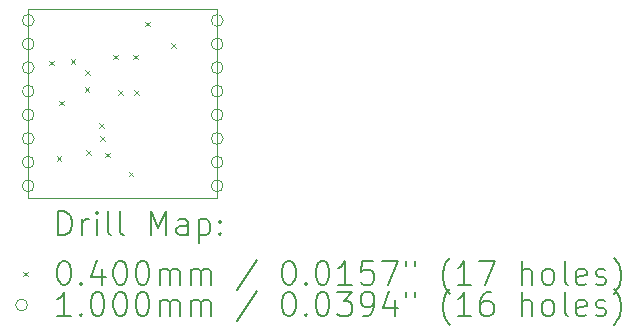
<source format=gbr>
%TF.GenerationSoftware,KiCad,Pcbnew,7.0.8*%
%TF.CreationDate,2024-01-16T20:57:40+00:00*%
%TF.ProjectId,RadioModule,52616469-6f4d-46f6-9475-6c652e6b6963,rev?*%
%TF.SameCoordinates,Original*%
%TF.FileFunction,Drillmap*%
%TF.FilePolarity,Positive*%
%FSLAX45Y45*%
G04 Gerber Fmt 4.5, Leading zero omitted, Abs format (unit mm)*
G04 Created by KiCad (PCBNEW 7.0.8) date 2024-01-16 20:57:40*
%MOMM*%
%LPD*%
G01*
G04 APERTURE LIST*
%ADD10C,0.100000*%
%ADD11C,0.200000*%
%ADD12C,0.040000*%
G04 APERTURE END LIST*
D10*
X9000000Y-7000000D02*
X10599000Y-7000000D01*
X10599000Y-8601000D01*
X9000000Y-8601000D01*
X9000000Y-7000000D01*
D11*
D12*
X9180000Y-7440000D02*
X9220000Y-7480000D01*
X9220000Y-7440000D02*
X9180000Y-7480000D01*
X9240000Y-8250000D02*
X9280000Y-8290000D01*
X9280000Y-8250000D02*
X9240000Y-8290000D01*
X9260000Y-7780000D02*
X9300000Y-7820000D01*
X9300000Y-7780000D02*
X9260000Y-7820000D01*
X9360000Y-7430000D02*
X9400000Y-7470000D01*
X9400000Y-7430000D02*
X9360000Y-7470000D01*
X9477950Y-7663969D02*
X9517950Y-7703969D01*
X9517950Y-7663969D02*
X9477950Y-7703969D01*
X9479387Y-7524076D02*
X9519387Y-7564076D01*
X9519387Y-7524076D02*
X9479387Y-7564076D01*
X9491750Y-8198950D02*
X9531750Y-8238950D01*
X9531750Y-8198950D02*
X9491750Y-8238950D01*
X9600000Y-7970000D02*
X9640000Y-8010000D01*
X9640000Y-7970000D02*
X9600000Y-8010000D01*
X9611571Y-8079980D02*
X9651571Y-8119980D01*
X9651571Y-8079980D02*
X9611571Y-8119980D01*
X9650000Y-8220000D02*
X9690000Y-8260000D01*
X9690000Y-8220000D02*
X9650000Y-8260000D01*
X9720000Y-7390000D02*
X9760000Y-7430000D01*
X9760000Y-7390000D02*
X9720000Y-7430000D01*
X9760000Y-7690000D02*
X9800000Y-7730000D01*
X9800000Y-7690000D02*
X9760000Y-7730000D01*
X9850000Y-8380000D02*
X9890000Y-8420000D01*
X9890000Y-8380000D02*
X9850000Y-8420000D01*
X9890000Y-7390000D02*
X9930000Y-7430000D01*
X9930000Y-7390000D02*
X9890000Y-7430000D01*
X9900000Y-7690000D02*
X9940000Y-7730000D01*
X9940000Y-7690000D02*
X9900000Y-7730000D01*
X9990000Y-7110000D02*
X10030000Y-7150000D01*
X10030000Y-7110000D02*
X9990000Y-7150000D01*
X10210000Y-7290000D02*
X10250000Y-7330000D01*
X10250000Y-7290000D02*
X10210000Y-7330000D01*
D10*
X9050000Y-7100000D02*
G75*
G03*
X9050000Y-7100000I-50000J0D01*
G01*
X9050000Y-7300000D02*
G75*
G03*
X9050000Y-7300000I-50000J0D01*
G01*
X9050000Y-7500000D02*
G75*
G03*
X9050000Y-7500000I-50000J0D01*
G01*
X9050000Y-7700000D02*
G75*
G03*
X9050000Y-7700000I-50000J0D01*
G01*
X9050000Y-7900000D02*
G75*
G03*
X9050000Y-7900000I-50000J0D01*
G01*
X9050000Y-8100000D02*
G75*
G03*
X9050000Y-8100000I-50000J0D01*
G01*
X9050000Y-8300000D02*
G75*
G03*
X9050000Y-8300000I-50000J0D01*
G01*
X9050000Y-8500000D02*
G75*
G03*
X9050000Y-8500000I-50000J0D01*
G01*
X10650000Y-7100000D02*
G75*
G03*
X10650000Y-7100000I-50000J0D01*
G01*
X10650000Y-7300000D02*
G75*
G03*
X10650000Y-7300000I-50000J0D01*
G01*
X10650000Y-7500000D02*
G75*
G03*
X10650000Y-7500000I-50000J0D01*
G01*
X10650000Y-7700000D02*
G75*
G03*
X10650000Y-7700000I-50000J0D01*
G01*
X10650000Y-7900000D02*
G75*
G03*
X10650000Y-7900000I-50000J0D01*
G01*
X10650000Y-8100000D02*
G75*
G03*
X10650000Y-8100000I-50000J0D01*
G01*
X10650000Y-8300000D02*
G75*
G03*
X10650000Y-8300000I-50000J0D01*
G01*
X10650000Y-8500000D02*
G75*
G03*
X10650000Y-8500000I-50000J0D01*
G01*
D11*
X9255777Y-8917484D02*
X9255777Y-8717484D01*
X9255777Y-8717484D02*
X9303396Y-8717484D01*
X9303396Y-8717484D02*
X9331967Y-8727008D01*
X9331967Y-8727008D02*
X9351015Y-8746055D01*
X9351015Y-8746055D02*
X9360539Y-8765103D01*
X9360539Y-8765103D02*
X9370063Y-8803198D01*
X9370063Y-8803198D02*
X9370063Y-8831770D01*
X9370063Y-8831770D02*
X9360539Y-8869865D01*
X9360539Y-8869865D02*
X9351015Y-8888912D01*
X9351015Y-8888912D02*
X9331967Y-8907960D01*
X9331967Y-8907960D02*
X9303396Y-8917484D01*
X9303396Y-8917484D02*
X9255777Y-8917484D01*
X9455777Y-8917484D02*
X9455777Y-8784150D01*
X9455777Y-8822246D02*
X9465301Y-8803198D01*
X9465301Y-8803198D02*
X9474824Y-8793674D01*
X9474824Y-8793674D02*
X9493872Y-8784150D01*
X9493872Y-8784150D02*
X9512920Y-8784150D01*
X9579586Y-8917484D02*
X9579586Y-8784150D01*
X9579586Y-8717484D02*
X9570063Y-8727008D01*
X9570063Y-8727008D02*
X9579586Y-8736531D01*
X9579586Y-8736531D02*
X9589110Y-8727008D01*
X9589110Y-8727008D02*
X9579586Y-8717484D01*
X9579586Y-8717484D02*
X9579586Y-8736531D01*
X9703396Y-8917484D02*
X9684348Y-8907960D01*
X9684348Y-8907960D02*
X9674824Y-8888912D01*
X9674824Y-8888912D02*
X9674824Y-8717484D01*
X9808158Y-8917484D02*
X9789110Y-8907960D01*
X9789110Y-8907960D02*
X9779586Y-8888912D01*
X9779586Y-8888912D02*
X9779586Y-8717484D01*
X10036729Y-8917484D02*
X10036729Y-8717484D01*
X10036729Y-8717484D02*
X10103396Y-8860341D01*
X10103396Y-8860341D02*
X10170063Y-8717484D01*
X10170063Y-8717484D02*
X10170063Y-8917484D01*
X10351015Y-8917484D02*
X10351015Y-8812722D01*
X10351015Y-8812722D02*
X10341491Y-8793674D01*
X10341491Y-8793674D02*
X10322444Y-8784150D01*
X10322444Y-8784150D02*
X10284348Y-8784150D01*
X10284348Y-8784150D02*
X10265301Y-8793674D01*
X10351015Y-8907960D02*
X10331967Y-8917484D01*
X10331967Y-8917484D02*
X10284348Y-8917484D01*
X10284348Y-8917484D02*
X10265301Y-8907960D01*
X10265301Y-8907960D02*
X10255777Y-8888912D01*
X10255777Y-8888912D02*
X10255777Y-8869865D01*
X10255777Y-8869865D02*
X10265301Y-8850817D01*
X10265301Y-8850817D02*
X10284348Y-8841293D01*
X10284348Y-8841293D02*
X10331967Y-8841293D01*
X10331967Y-8841293D02*
X10351015Y-8831770D01*
X10446253Y-8784150D02*
X10446253Y-8984150D01*
X10446253Y-8793674D02*
X10465301Y-8784150D01*
X10465301Y-8784150D02*
X10503396Y-8784150D01*
X10503396Y-8784150D02*
X10522444Y-8793674D01*
X10522444Y-8793674D02*
X10531967Y-8803198D01*
X10531967Y-8803198D02*
X10541491Y-8822246D01*
X10541491Y-8822246D02*
X10541491Y-8879389D01*
X10541491Y-8879389D02*
X10531967Y-8898436D01*
X10531967Y-8898436D02*
X10522444Y-8907960D01*
X10522444Y-8907960D02*
X10503396Y-8917484D01*
X10503396Y-8917484D02*
X10465301Y-8917484D01*
X10465301Y-8917484D02*
X10446253Y-8907960D01*
X10627205Y-8898436D02*
X10636729Y-8907960D01*
X10636729Y-8907960D02*
X10627205Y-8917484D01*
X10627205Y-8917484D02*
X10617682Y-8907960D01*
X10617682Y-8907960D02*
X10627205Y-8898436D01*
X10627205Y-8898436D02*
X10627205Y-8917484D01*
X10627205Y-8793674D02*
X10636729Y-8803198D01*
X10636729Y-8803198D02*
X10627205Y-8812722D01*
X10627205Y-8812722D02*
X10617682Y-8803198D01*
X10617682Y-8803198D02*
X10627205Y-8793674D01*
X10627205Y-8793674D02*
X10627205Y-8812722D01*
D12*
X8955000Y-9226000D02*
X8995000Y-9266000D01*
X8995000Y-9226000D02*
X8955000Y-9266000D01*
D11*
X9293872Y-9137484D02*
X9312920Y-9137484D01*
X9312920Y-9137484D02*
X9331967Y-9147008D01*
X9331967Y-9147008D02*
X9341491Y-9156531D01*
X9341491Y-9156531D02*
X9351015Y-9175579D01*
X9351015Y-9175579D02*
X9360539Y-9213674D01*
X9360539Y-9213674D02*
X9360539Y-9261293D01*
X9360539Y-9261293D02*
X9351015Y-9299389D01*
X9351015Y-9299389D02*
X9341491Y-9318436D01*
X9341491Y-9318436D02*
X9331967Y-9327960D01*
X9331967Y-9327960D02*
X9312920Y-9337484D01*
X9312920Y-9337484D02*
X9293872Y-9337484D01*
X9293872Y-9337484D02*
X9274824Y-9327960D01*
X9274824Y-9327960D02*
X9265301Y-9318436D01*
X9265301Y-9318436D02*
X9255777Y-9299389D01*
X9255777Y-9299389D02*
X9246253Y-9261293D01*
X9246253Y-9261293D02*
X9246253Y-9213674D01*
X9246253Y-9213674D02*
X9255777Y-9175579D01*
X9255777Y-9175579D02*
X9265301Y-9156531D01*
X9265301Y-9156531D02*
X9274824Y-9147008D01*
X9274824Y-9147008D02*
X9293872Y-9137484D01*
X9446253Y-9318436D02*
X9455777Y-9327960D01*
X9455777Y-9327960D02*
X9446253Y-9337484D01*
X9446253Y-9337484D02*
X9436729Y-9327960D01*
X9436729Y-9327960D02*
X9446253Y-9318436D01*
X9446253Y-9318436D02*
X9446253Y-9337484D01*
X9627205Y-9204150D02*
X9627205Y-9337484D01*
X9579586Y-9127960D02*
X9531967Y-9270817D01*
X9531967Y-9270817D02*
X9655777Y-9270817D01*
X9770063Y-9137484D02*
X9789110Y-9137484D01*
X9789110Y-9137484D02*
X9808158Y-9147008D01*
X9808158Y-9147008D02*
X9817682Y-9156531D01*
X9817682Y-9156531D02*
X9827205Y-9175579D01*
X9827205Y-9175579D02*
X9836729Y-9213674D01*
X9836729Y-9213674D02*
X9836729Y-9261293D01*
X9836729Y-9261293D02*
X9827205Y-9299389D01*
X9827205Y-9299389D02*
X9817682Y-9318436D01*
X9817682Y-9318436D02*
X9808158Y-9327960D01*
X9808158Y-9327960D02*
X9789110Y-9337484D01*
X9789110Y-9337484D02*
X9770063Y-9337484D01*
X9770063Y-9337484D02*
X9751015Y-9327960D01*
X9751015Y-9327960D02*
X9741491Y-9318436D01*
X9741491Y-9318436D02*
X9731967Y-9299389D01*
X9731967Y-9299389D02*
X9722444Y-9261293D01*
X9722444Y-9261293D02*
X9722444Y-9213674D01*
X9722444Y-9213674D02*
X9731967Y-9175579D01*
X9731967Y-9175579D02*
X9741491Y-9156531D01*
X9741491Y-9156531D02*
X9751015Y-9147008D01*
X9751015Y-9147008D02*
X9770063Y-9137484D01*
X9960539Y-9137484D02*
X9979586Y-9137484D01*
X9979586Y-9137484D02*
X9998634Y-9147008D01*
X9998634Y-9147008D02*
X10008158Y-9156531D01*
X10008158Y-9156531D02*
X10017682Y-9175579D01*
X10017682Y-9175579D02*
X10027205Y-9213674D01*
X10027205Y-9213674D02*
X10027205Y-9261293D01*
X10027205Y-9261293D02*
X10017682Y-9299389D01*
X10017682Y-9299389D02*
X10008158Y-9318436D01*
X10008158Y-9318436D02*
X9998634Y-9327960D01*
X9998634Y-9327960D02*
X9979586Y-9337484D01*
X9979586Y-9337484D02*
X9960539Y-9337484D01*
X9960539Y-9337484D02*
X9941491Y-9327960D01*
X9941491Y-9327960D02*
X9931967Y-9318436D01*
X9931967Y-9318436D02*
X9922444Y-9299389D01*
X9922444Y-9299389D02*
X9912920Y-9261293D01*
X9912920Y-9261293D02*
X9912920Y-9213674D01*
X9912920Y-9213674D02*
X9922444Y-9175579D01*
X9922444Y-9175579D02*
X9931967Y-9156531D01*
X9931967Y-9156531D02*
X9941491Y-9147008D01*
X9941491Y-9147008D02*
X9960539Y-9137484D01*
X10112920Y-9337484D02*
X10112920Y-9204150D01*
X10112920Y-9223198D02*
X10122444Y-9213674D01*
X10122444Y-9213674D02*
X10141491Y-9204150D01*
X10141491Y-9204150D02*
X10170063Y-9204150D01*
X10170063Y-9204150D02*
X10189110Y-9213674D01*
X10189110Y-9213674D02*
X10198634Y-9232722D01*
X10198634Y-9232722D02*
X10198634Y-9337484D01*
X10198634Y-9232722D02*
X10208158Y-9213674D01*
X10208158Y-9213674D02*
X10227205Y-9204150D01*
X10227205Y-9204150D02*
X10255777Y-9204150D01*
X10255777Y-9204150D02*
X10274825Y-9213674D01*
X10274825Y-9213674D02*
X10284348Y-9232722D01*
X10284348Y-9232722D02*
X10284348Y-9337484D01*
X10379586Y-9337484D02*
X10379586Y-9204150D01*
X10379586Y-9223198D02*
X10389110Y-9213674D01*
X10389110Y-9213674D02*
X10408158Y-9204150D01*
X10408158Y-9204150D02*
X10436729Y-9204150D01*
X10436729Y-9204150D02*
X10455777Y-9213674D01*
X10455777Y-9213674D02*
X10465301Y-9232722D01*
X10465301Y-9232722D02*
X10465301Y-9337484D01*
X10465301Y-9232722D02*
X10474825Y-9213674D01*
X10474825Y-9213674D02*
X10493872Y-9204150D01*
X10493872Y-9204150D02*
X10522444Y-9204150D01*
X10522444Y-9204150D02*
X10541491Y-9213674D01*
X10541491Y-9213674D02*
X10551015Y-9232722D01*
X10551015Y-9232722D02*
X10551015Y-9337484D01*
X10941491Y-9127960D02*
X10770063Y-9385103D01*
X11198634Y-9137484D02*
X11217682Y-9137484D01*
X11217682Y-9137484D02*
X11236729Y-9147008D01*
X11236729Y-9147008D02*
X11246253Y-9156531D01*
X11246253Y-9156531D02*
X11255777Y-9175579D01*
X11255777Y-9175579D02*
X11265301Y-9213674D01*
X11265301Y-9213674D02*
X11265301Y-9261293D01*
X11265301Y-9261293D02*
X11255777Y-9299389D01*
X11255777Y-9299389D02*
X11246253Y-9318436D01*
X11246253Y-9318436D02*
X11236729Y-9327960D01*
X11236729Y-9327960D02*
X11217682Y-9337484D01*
X11217682Y-9337484D02*
X11198634Y-9337484D01*
X11198634Y-9337484D02*
X11179587Y-9327960D01*
X11179587Y-9327960D02*
X11170063Y-9318436D01*
X11170063Y-9318436D02*
X11160539Y-9299389D01*
X11160539Y-9299389D02*
X11151015Y-9261293D01*
X11151015Y-9261293D02*
X11151015Y-9213674D01*
X11151015Y-9213674D02*
X11160539Y-9175579D01*
X11160539Y-9175579D02*
X11170063Y-9156531D01*
X11170063Y-9156531D02*
X11179587Y-9147008D01*
X11179587Y-9147008D02*
X11198634Y-9137484D01*
X11351015Y-9318436D02*
X11360539Y-9327960D01*
X11360539Y-9327960D02*
X11351015Y-9337484D01*
X11351015Y-9337484D02*
X11341491Y-9327960D01*
X11341491Y-9327960D02*
X11351015Y-9318436D01*
X11351015Y-9318436D02*
X11351015Y-9337484D01*
X11484348Y-9137484D02*
X11503396Y-9137484D01*
X11503396Y-9137484D02*
X11522444Y-9147008D01*
X11522444Y-9147008D02*
X11531967Y-9156531D01*
X11531967Y-9156531D02*
X11541491Y-9175579D01*
X11541491Y-9175579D02*
X11551015Y-9213674D01*
X11551015Y-9213674D02*
X11551015Y-9261293D01*
X11551015Y-9261293D02*
X11541491Y-9299389D01*
X11541491Y-9299389D02*
X11531967Y-9318436D01*
X11531967Y-9318436D02*
X11522444Y-9327960D01*
X11522444Y-9327960D02*
X11503396Y-9337484D01*
X11503396Y-9337484D02*
X11484348Y-9337484D01*
X11484348Y-9337484D02*
X11465301Y-9327960D01*
X11465301Y-9327960D02*
X11455777Y-9318436D01*
X11455777Y-9318436D02*
X11446253Y-9299389D01*
X11446253Y-9299389D02*
X11436729Y-9261293D01*
X11436729Y-9261293D02*
X11436729Y-9213674D01*
X11436729Y-9213674D02*
X11446253Y-9175579D01*
X11446253Y-9175579D02*
X11455777Y-9156531D01*
X11455777Y-9156531D02*
X11465301Y-9147008D01*
X11465301Y-9147008D02*
X11484348Y-9137484D01*
X11741491Y-9337484D02*
X11627206Y-9337484D01*
X11684348Y-9337484D02*
X11684348Y-9137484D01*
X11684348Y-9137484D02*
X11665301Y-9166055D01*
X11665301Y-9166055D02*
X11646253Y-9185103D01*
X11646253Y-9185103D02*
X11627206Y-9194627D01*
X11922444Y-9137484D02*
X11827206Y-9137484D01*
X11827206Y-9137484D02*
X11817682Y-9232722D01*
X11817682Y-9232722D02*
X11827206Y-9223198D01*
X11827206Y-9223198D02*
X11846253Y-9213674D01*
X11846253Y-9213674D02*
X11893872Y-9213674D01*
X11893872Y-9213674D02*
X11912920Y-9223198D01*
X11912920Y-9223198D02*
X11922444Y-9232722D01*
X11922444Y-9232722D02*
X11931967Y-9251770D01*
X11931967Y-9251770D02*
X11931967Y-9299389D01*
X11931967Y-9299389D02*
X11922444Y-9318436D01*
X11922444Y-9318436D02*
X11912920Y-9327960D01*
X11912920Y-9327960D02*
X11893872Y-9337484D01*
X11893872Y-9337484D02*
X11846253Y-9337484D01*
X11846253Y-9337484D02*
X11827206Y-9327960D01*
X11827206Y-9327960D02*
X11817682Y-9318436D01*
X11998634Y-9137484D02*
X12131967Y-9137484D01*
X12131967Y-9137484D02*
X12046253Y-9337484D01*
X12198634Y-9137484D02*
X12198634Y-9175579D01*
X12274825Y-9137484D02*
X12274825Y-9175579D01*
X12570063Y-9413674D02*
X12560539Y-9404150D01*
X12560539Y-9404150D02*
X12541491Y-9375579D01*
X12541491Y-9375579D02*
X12531968Y-9356531D01*
X12531968Y-9356531D02*
X12522444Y-9327960D01*
X12522444Y-9327960D02*
X12512920Y-9280341D01*
X12512920Y-9280341D02*
X12512920Y-9242246D01*
X12512920Y-9242246D02*
X12522444Y-9194627D01*
X12522444Y-9194627D02*
X12531968Y-9166055D01*
X12531968Y-9166055D02*
X12541491Y-9147008D01*
X12541491Y-9147008D02*
X12560539Y-9118436D01*
X12560539Y-9118436D02*
X12570063Y-9108912D01*
X12751015Y-9337484D02*
X12636729Y-9337484D01*
X12693872Y-9337484D02*
X12693872Y-9137484D01*
X12693872Y-9137484D02*
X12674825Y-9166055D01*
X12674825Y-9166055D02*
X12655777Y-9185103D01*
X12655777Y-9185103D02*
X12636729Y-9194627D01*
X12817682Y-9137484D02*
X12951015Y-9137484D01*
X12951015Y-9137484D02*
X12865301Y-9337484D01*
X13179587Y-9337484D02*
X13179587Y-9137484D01*
X13265301Y-9337484D02*
X13265301Y-9232722D01*
X13265301Y-9232722D02*
X13255777Y-9213674D01*
X13255777Y-9213674D02*
X13236730Y-9204150D01*
X13236730Y-9204150D02*
X13208158Y-9204150D01*
X13208158Y-9204150D02*
X13189110Y-9213674D01*
X13189110Y-9213674D02*
X13179587Y-9223198D01*
X13389110Y-9337484D02*
X13370063Y-9327960D01*
X13370063Y-9327960D02*
X13360539Y-9318436D01*
X13360539Y-9318436D02*
X13351015Y-9299389D01*
X13351015Y-9299389D02*
X13351015Y-9242246D01*
X13351015Y-9242246D02*
X13360539Y-9223198D01*
X13360539Y-9223198D02*
X13370063Y-9213674D01*
X13370063Y-9213674D02*
X13389110Y-9204150D01*
X13389110Y-9204150D02*
X13417682Y-9204150D01*
X13417682Y-9204150D02*
X13436730Y-9213674D01*
X13436730Y-9213674D02*
X13446253Y-9223198D01*
X13446253Y-9223198D02*
X13455777Y-9242246D01*
X13455777Y-9242246D02*
X13455777Y-9299389D01*
X13455777Y-9299389D02*
X13446253Y-9318436D01*
X13446253Y-9318436D02*
X13436730Y-9327960D01*
X13436730Y-9327960D02*
X13417682Y-9337484D01*
X13417682Y-9337484D02*
X13389110Y-9337484D01*
X13570063Y-9337484D02*
X13551015Y-9327960D01*
X13551015Y-9327960D02*
X13541491Y-9308912D01*
X13541491Y-9308912D02*
X13541491Y-9137484D01*
X13722444Y-9327960D02*
X13703396Y-9337484D01*
X13703396Y-9337484D02*
X13665301Y-9337484D01*
X13665301Y-9337484D02*
X13646253Y-9327960D01*
X13646253Y-9327960D02*
X13636730Y-9308912D01*
X13636730Y-9308912D02*
X13636730Y-9232722D01*
X13636730Y-9232722D02*
X13646253Y-9213674D01*
X13646253Y-9213674D02*
X13665301Y-9204150D01*
X13665301Y-9204150D02*
X13703396Y-9204150D01*
X13703396Y-9204150D02*
X13722444Y-9213674D01*
X13722444Y-9213674D02*
X13731968Y-9232722D01*
X13731968Y-9232722D02*
X13731968Y-9251770D01*
X13731968Y-9251770D02*
X13636730Y-9270817D01*
X13808158Y-9327960D02*
X13827206Y-9337484D01*
X13827206Y-9337484D02*
X13865301Y-9337484D01*
X13865301Y-9337484D02*
X13884349Y-9327960D01*
X13884349Y-9327960D02*
X13893872Y-9308912D01*
X13893872Y-9308912D02*
X13893872Y-9299389D01*
X13893872Y-9299389D02*
X13884349Y-9280341D01*
X13884349Y-9280341D02*
X13865301Y-9270817D01*
X13865301Y-9270817D02*
X13836730Y-9270817D01*
X13836730Y-9270817D02*
X13817682Y-9261293D01*
X13817682Y-9261293D02*
X13808158Y-9242246D01*
X13808158Y-9242246D02*
X13808158Y-9232722D01*
X13808158Y-9232722D02*
X13817682Y-9213674D01*
X13817682Y-9213674D02*
X13836730Y-9204150D01*
X13836730Y-9204150D02*
X13865301Y-9204150D01*
X13865301Y-9204150D02*
X13884349Y-9213674D01*
X13960539Y-9413674D02*
X13970063Y-9404150D01*
X13970063Y-9404150D02*
X13989111Y-9375579D01*
X13989111Y-9375579D02*
X13998634Y-9356531D01*
X13998634Y-9356531D02*
X14008158Y-9327960D01*
X14008158Y-9327960D02*
X14017682Y-9280341D01*
X14017682Y-9280341D02*
X14017682Y-9242246D01*
X14017682Y-9242246D02*
X14008158Y-9194627D01*
X14008158Y-9194627D02*
X13998634Y-9166055D01*
X13998634Y-9166055D02*
X13989111Y-9147008D01*
X13989111Y-9147008D02*
X13970063Y-9118436D01*
X13970063Y-9118436D02*
X13960539Y-9108912D01*
D10*
X8995000Y-9510000D02*
G75*
G03*
X8995000Y-9510000I-50000J0D01*
G01*
D11*
X9360539Y-9601484D02*
X9246253Y-9601484D01*
X9303396Y-9601484D02*
X9303396Y-9401484D01*
X9303396Y-9401484D02*
X9284348Y-9430055D01*
X9284348Y-9430055D02*
X9265301Y-9449103D01*
X9265301Y-9449103D02*
X9246253Y-9458627D01*
X9446253Y-9582436D02*
X9455777Y-9591960D01*
X9455777Y-9591960D02*
X9446253Y-9601484D01*
X9446253Y-9601484D02*
X9436729Y-9591960D01*
X9436729Y-9591960D02*
X9446253Y-9582436D01*
X9446253Y-9582436D02*
X9446253Y-9601484D01*
X9579586Y-9401484D02*
X9598634Y-9401484D01*
X9598634Y-9401484D02*
X9617682Y-9411008D01*
X9617682Y-9411008D02*
X9627205Y-9420531D01*
X9627205Y-9420531D02*
X9636729Y-9439579D01*
X9636729Y-9439579D02*
X9646253Y-9477674D01*
X9646253Y-9477674D02*
X9646253Y-9525293D01*
X9646253Y-9525293D02*
X9636729Y-9563389D01*
X9636729Y-9563389D02*
X9627205Y-9582436D01*
X9627205Y-9582436D02*
X9617682Y-9591960D01*
X9617682Y-9591960D02*
X9598634Y-9601484D01*
X9598634Y-9601484D02*
X9579586Y-9601484D01*
X9579586Y-9601484D02*
X9560539Y-9591960D01*
X9560539Y-9591960D02*
X9551015Y-9582436D01*
X9551015Y-9582436D02*
X9541491Y-9563389D01*
X9541491Y-9563389D02*
X9531967Y-9525293D01*
X9531967Y-9525293D02*
X9531967Y-9477674D01*
X9531967Y-9477674D02*
X9541491Y-9439579D01*
X9541491Y-9439579D02*
X9551015Y-9420531D01*
X9551015Y-9420531D02*
X9560539Y-9411008D01*
X9560539Y-9411008D02*
X9579586Y-9401484D01*
X9770063Y-9401484D02*
X9789110Y-9401484D01*
X9789110Y-9401484D02*
X9808158Y-9411008D01*
X9808158Y-9411008D02*
X9817682Y-9420531D01*
X9817682Y-9420531D02*
X9827205Y-9439579D01*
X9827205Y-9439579D02*
X9836729Y-9477674D01*
X9836729Y-9477674D02*
X9836729Y-9525293D01*
X9836729Y-9525293D02*
X9827205Y-9563389D01*
X9827205Y-9563389D02*
X9817682Y-9582436D01*
X9817682Y-9582436D02*
X9808158Y-9591960D01*
X9808158Y-9591960D02*
X9789110Y-9601484D01*
X9789110Y-9601484D02*
X9770063Y-9601484D01*
X9770063Y-9601484D02*
X9751015Y-9591960D01*
X9751015Y-9591960D02*
X9741491Y-9582436D01*
X9741491Y-9582436D02*
X9731967Y-9563389D01*
X9731967Y-9563389D02*
X9722444Y-9525293D01*
X9722444Y-9525293D02*
X9722444Y-9477674D01*
X9722444Y-9477674D02*
X9731967Y-9439579D01*
X9731967Y-9439579D02*
X9741491Y-9420531D01*
X9741491Y-9420531D02*
X9751015Y-9411008D01*
X9751015Y-9411008D02*
X9770063Y-9401484D01*
X9960539Y-9401484D02*
X9979586Y-9401484D01*
X9979586Y-9401484D02*
X9998634Y-9411008D01*
X9998634Y-9411008D02*
X10008158Y-9420531D01*
X10008158Y-9420531D02*
X10017682Y-9439579D01*
X10017682Y-9439579D02*
X10027205Y-9477674D01*
X10027205Y-9477674D02*
X10027205Y-9525293D01*
X10027205Y-9525293D02*
X10017682Y-9563389D01*
X10017682Y-9563389D02*
X10008158Y-9582436D01*
X10008158Y-9582436D02*
X9998634Y-9591960D01*
X9998634Y-9591960D02*
X9979586Y-9601484D01*
X9979586Y-9601484D02*
X9960539Y-9601484D01*
X9960539Y-9601484D02*
X9941491Y-9591960D01*
X9941491Y-9591960D02*
X9931967Y-9582436D01*
X9931967Y-9582436D02*
X9922444Y-9563389D01*
X9922444Y-9563389D02*
X9912920Y-9525293D01*
X9912920Y-9525293D02*
X9912920Y-9477674D01*
X9912920Y-9477674D02*
X9922444Y-9439579D01*
X9922444Y-9439579D02*
X9931967Y-9420531D01*
X9931967Y-9420531D02*
X9941491Y-9411008D01*
X9941491Y-9411008D02*
X9960539Y-9401484D01*
X10112920Y-9601484D02*
X10112920Y-9468150D01*
X10112920Y-9487198D02*
X10122444Y-9477674D01*
X10122444Y-9477674D02*
X10141491Y-9468150D01*
X10141491Y-9468150D02*
X10170063Y-9468150D01*
X10170063Y-9468150D02*
X10189110Y-9477674D01*
X10189110Y-9477674D02*
X10198634Y-9496722D01*
X10198634Y-9496722D02*
X10198634Y-9601484D01*
X10198634Y-9496722D02*
X10208158Y-9477674D01*
X10208158Y-9477674D02*
X10227205Y-9468150D01*
X10227205Y-9468150D02*
X10255777Y-9468150D01*
X10255777Y-9468150D02*
X10274825Y-9477674D01*
X10274825Y-9477674D02*
X10284348Y-9496722D01*
X10284348Y-9496722D02*
X10284348Y-9601484D01*
X10379586Y-9601484D02*
X10379586Y-9468150D01*
X10379586Y-9487198D02*
X10389110Y-9477674D01*
X10389110Y-9477674D02*
X10408158Y-9468150D01*
X10408158Y-9468150D02*
X10436729Y-9468150D01*
X10436729Y-9468150D02*
X10455777Y-9477674D01*
X10455777Y-9477674D02*
X10465301Y-9496722D01*
X10465301Y-9496722D02*
X10465301Y-9601484D01*
X10465301Y-9496722D02*
X10474825Y-9477674D01*
X10474825Y-9477674D02*
X10493872Y-9468150D01*
X10493872Y-9468150D02*
X10522444Y-9468150D01*
X10522444Y-9468150D02*
X10541491Y-9477674D01*
X10541491Y-9477674D02*
X10551015Y-9496722D01*
X10551015Y-9496722D02*
X10551015Y-9601484D01*
X10941491Y-9391960D02*
X10770063Y-9649103D01*
X11198634Y-9401484D02*
X11217682Y-9401484D01*
X11217682Y-9401484D02*
X11236729Y-9411008D01*
X11236729Y-9411008D02*
X11246253Y-9420531D01*
X11246253Y-9420531D02*
X11255777Y-9439579D01*
X11255777Y-9439579D02*
X11265301Y-9477674D01*
X11265301Y-9477674D02*
X11265301Y-9525293D01*
X11265301Y-9525293D02*
X11255777Y-9563389D01*
X11255777Y-9563389D02*
X11246253Y-9582436D01*
X11246253Y-9582436D02*
X11236729Y-9591960D01*
X11236729Y-9591960D02*
X11217682Y-9601484D01*
X11217682Y-9601484D02*
X11198634Y-9601484D01*
X11198634Y-9601484D02*
X11179587Y-9591960D01*
X11179587Y-9591960D02*
X11170063Y-9582436D01*
X11170063Y-9582436D02*
X11160539Y-9563389D01*
X11160539Y-9563389D02*
X11151015Y-9525293D01*
X11151015Y-9525293D02*
X11151015Y-9477674D01*
X11151015Y-9477674D02*
X11160539Y-9439579D01*
X11160539Y-9439579D02*
X11170063Y-9420531D01*
X11170063Y-9420531D02*
X11179587Y-9411008D01*
X11179587Y-9411008D02*
X11198634Y-9401484D01*
X11351015Y-9582436D02*
X11360539Y-9591960D01*
X11360539Y-9591960D02*
X11351015Y-9601484D01*
X11351015Y-9601484D02*
X11341491Y-9591960D01*
X11341491Y-9591960D02*
X11351015Y-9582436D01*
X11351015Y-9582436D02*
X11351015Y-9601484D01*
X11484348Y-9401484D02*
X11503396Y-9401484D01*
X11503396Y-9401484D02*
X11522444Y-9411008D01*
X11522444Y-9411008D02*
X11531967Y-9420531D01*
X11531967Y-9420531D02*
X11541491Y-9439579D01*
X11541491Y-9439579D02*
X11551015Y-9477674D01*
X11551015Y-9477674D02*
X11551015Y-9525293D01*
X11551015Y-9525293D02*
X11541491Y-9563389D01*
X11541491Y-9563389D02*
X11531967Y-9582436D01*
X11531967Y-9582436D02*
X11522444Y-9591960D01*
X11522444Y-9591960D02*
X11503396Y-9601484D01*
X11503396Y-9601484D02*
X11484348Y-9601484D01*
X11484348Y-9601484D02*
X11465301Y-9591960D01*
X11465301Y-9591960D02*
X11455777Y-9582436D01*
X11455777Y-9582436D02*
X11446253Y-9563389D01*
X11446253Y-9563389D02*
X11436729Y-9525293D01*
X11436729Y-9525293D02*
X11436729Y-9477674D01*
X11436729Y-9477674D02*
X11446253Y-9439579D01*
X11446253Y-9439579D02*
X11455777Y-9420531D01*
X11455777Y-9420531D02*
X11465301Y-9411008D01*
X11465301Y-9411008D02*
X11484348Y-9401484D01*
X11617682Y-9401484D02*
X11741491Y-9401484D01*
X11741491Y-9401484D02*
X11674825Y-9477674D01*
X11674825Y-9477674D02*
X11703396Y-9477674D01*
X11703396Y-9477674D02*
X11722444Y-9487198D01*
X11722444Y-9487198D02*
X11731967Y-9496722D01*
X11731967Y-9496722D02*
X11741491Y-9515770D01*
X11741491Y-9515770D02*
X11741491Y-9563389D01*
X11741491Y-9563389D02*
X11731967Y-9582436D01*
X11731967Y-9582436D02*
X11722444Y-9591960D01*
X11722444Y-9591960D02*
X11703396Y-9601484D01*
X11703396Y-9601484D02*
X11646253Y-9601484D01*
X11646253Y-9601484D02*
X11627206Y-9591960D01*
X11627206Y-9591960D02*
X11617682Y-9582436D01*
X11836729Y-9601484D02*
X11874825Y-9601484D01*
X11874825Y-9601484D02*
X11893872Y-9591960D01*
X11893872Y-9591960D02*
X11903396Y-9582436D01*
X11903396Y-9582436D02*
X11922444Y-9553865D01*
X11922444Y-9553865D02*
X11931967Y-9515770D01*
X11931967Y-9515770D02*
X11931967Y-9439579D01*
X11931967Y-9439579D02*
X11922444Y-9420531D01*
X11922444Y-9420531D02*
X11912920Y-9411008D01*
X11912920Y-9411008D02*
X11893872Y-9401484D01*
X11893872Y-9401484D02*
X11855777Y-9401484D01*
X11855777Y-9401484D02*
X11836729Y-9411008D01*
X11836729Y-9411008D02*
X11827206Y-9420531D01*
X11827206Y-9420531D02*
X11817682Y-9439579D01*
X11817682Y-9439579D02*
X11817682Y-9487198D01*
X11817682Y-9487198D02*
X11827206Y-9506246D01*
X11827206Y-9506246D02*
X11836729Y-9515770D01*
X11836729Y-9515770D02*
X11855777Y-9525293D01*
X11855777Y-9525293D02*
X11893872Y-9525293D01*
X11893872Y-9525293D02*
X11912920Y-9515770D01*
X11912920Y-9515770D02*
X11922444Y-9506246D01*
X11922444Y-9506246D02*
X11931967Y-9487198D01*
X12103396Y-9468150D02*
X12103396Y-9601484D01*
X12055777Y-9391960D02*
X12008158Y-9534817D01*
X12008158Y-9534817D02*
X12131967Y-9534817D01*
X12198634Y-9401484D02*
X12198634Y-9439579D01*
X12274825Y-9401484D02*
X12274825Y-9439579D01*
X12570063Y-9677674D02*
X12560539Y-9668150D01*
X12560539Y-9668150D02*
X12541491Y-9639579D01*
X12541491Y-9639579D02*
X12531968Y-9620531D01*
X12531968Y-9620531D02*
X12522444Y-9591960D01*
X12522444Y-9591960D02*
X12512920Y-9544341D01*
X12512920Y-9544341D02*
X12512920Y-9506246D01*
X12512920Y-9506246D02*
X12522444Y-9458627D01*
X12522444Y-9458627D02*
X12531968Y-9430055D01*
X12531968Y-9430055D02*
X12541491Y-9411008D01*
X12541491Y-9411008D02*
X12560539Y-9382436D01*
X12560539Y-9382436D02*
X12570063Y-9372912D01*
X12751015Y-9601484D02*
X12636729Y-9601484D01*
X12693872Y-9601484D02*
X12693872Y-9401484D01*
X12693872Y-9401484D02*
X12674825Y-9430055D01*
X12674825Y-9430055D02*
X12655777Y-9449103D01*
X12655777Y-9449103D02*
X12636729Y-9458627D01*
X12922444Y-9401484D02*
X12884348Y-9401484D01*
X12884348Y-9401484D02*
X12865301Y-9411008D01*
X12865301Y-9411008D02*
X12855777Y-9420531D01*
X12855777Y-9420531D02*
X12836729Y-9449103D01*
X12836729Y-9449103D02*
X12827206Y-9487198D01*
X12827206Y-9487198D02*
X12827206Y-9563389D01*
X12827206Y-9563389D02*
X12836729Y-9582436D01*
X12836729Y-9582436D02*
X12846253Y-9591960D01*
X12846253Y-9591960D02*
X12865301Y-9601484D01*
X12865301Y-9601484D02*
X12903396Y-9601484D01*
X12903396Y-9601484D02*
X12922444Y-9591960D01*
X12922444Y-9591960D02*
X12931968Y-9582436D01*
X12931968Y-9582436D02*
X12941491Y-9563389D01*
X12941491Y-9563389D02*
X12941491Y-9515770D01*
X12941491Y-9515770D02*
X12931968Y-9496722D01*
X12931968Y-9496722D02*
X12922444Y-9487198D01*
X12922444Y-9487198D02*
X12903396Y-9477674D01*
X12903396Y-9477674D02*
X12865301Y-9477674D01*
X12865301Y-9477674D02*
X12846253Y-9487198D01*
X12846253Y-9487198D02*
X12836729Y-9496722D01*
X12836729Y-9496722D02*
X12827206Y-9515770D01*
X13179587Y-9601484D02*
X13179587Y-9401484D01*
X13265301Y-9601484D02*
X13265301Y-9496722D01*
X13265301Y-9496722D02*
X13255777Y-9477674D01*
X13255777Y-9477674D02*
X13236730Y-9468150D01*
X13236730Y-9468150D02*
X13208158Y-9468150D01*
X13208158Y-9468150D02*
X13189110Y-9477674D01*
X13189110Y-9477674D02*
X13179587Y-9487198D01*
X13389110Y-9601484D02*
X13370063Y-9591960D01*
X13370063Y-9591960D02*
X13360539Y-9582436D01*
X13360539Y-9582436D02*
X13351015Y-9563389D01*
X13351015Y-9563389D02*
X13351015Y-9506246D01*
X13351015Y-9506246D02*
X13360539Y-9487198D01*
X13360539Y-9487198D02*
X13370063Y-9477674D01*
X13370063Y-9477674D02*
X13389110Y-9468150D01*
X13389110Y-9468150D02*
X13417682Y-9468150D01*
X13417682Y-9468150D02*
X13436730Y-9477674D01*
X13436730Y-9477674D02*
X13446253Y-9487198D01*
X13446253Y-9487198D02*
X13455777Y-9506246D01*
X13455777Y-9506246D02*
X13455777Y-9563389D01*
X13455777Y-9563389D02*
X13446253Y-9582436D01*
X13446253Y-9582436D02*
X13436730Y-9591960D01*
X13436730Y-9591960D02*
X13417682Y-9601484D01*
X13417682Y-9601484D02*
X13389110Y-9601484D01*
X13570063Y-9601484D02*
X13551015Y-9591960D01*
X13551015Y-9591960D02*
X13541491Y-9572912D01*
X13541491Y-9572912D02*
X13541491Y-9401484D01*
X13722444Y-9591960D02*
X13703396Y-9601484D01*
X13703396Y-9601484D02*
X13665301Y-9601484D01*
X13665301Y-9601484D02*
X13646253Y-9591960D01*
X13646253Y-9591960D02*
X13636730Y-9572912D01*
X13636730Y-9572912D02*
X13636730Y-9496722D01*
X13636730Y-9496722D02*
X13646253Y-9477674D01*
X13646253Y-9477674D02*
X13665301Y-9468150D01*
X13665301Y-9468150D02*
X13703396Y-9468150D01*
X13703396Y-9468150D02*
X13722444Y-9477674D01*
X13722444Y-9477674D02*
X13731968Y-9496722D01*
X13731968Y-9496722D02*
X13731968Y-9515770D01*
X13731968Y-9515770D02*
X13636730Y-9534817D01*
X13808158Y-9591960D02*
X13827206Y-9601484D01*
X13827206Y-9601484D02*
X13865301Y-9601484D01*
X13865301Y-9601484D02*
X13884349Y-9591960D01*
X13884349Y-9591960D02*
X13893872Y-9572912D01*
X13893872Y-9572912D02*
X13893872Y-9563389D01*
X13893872Y-9563389D02*
X13884349Y-9544341D01*
X13884349Y-9544341D02*
X13865301Y-9534817D01*
X13865301Y-9534817D02*
X13836730Y-9534817D01*
X13836730Y-9534817D02*
X13817682Y-9525293D01*
X13817682Y-9525293D02*
X13808158Y-9506246D01*
X13808158Y-9506246D02*
X13808158Y-9496722D01*
X13808158Y-9496722D02*
X13817682Y-9477674D01*
X13817682Y-9477674D02*
X13836730Y-9468150D01*
X13836730Y-9468150D02*
X13865301Y-9468150D01*
X13865301Y-9468150D02*
X13884349Y-9477674D01*
X13960539Y-9677674D02*
X13970063Y-9668150D01*
X13970063Y-9668150D02*
X13989111Y-9639579D01*
X13989111Y-9639579D02*
X13998634Y-9620531D01*
X13998634Y-9620531D02*
X14008158Y-9591960D01*
X14008158Y-9591960D02*
X14017682Y-9544341D01*
X14017682Y-9544341D02*
X14017682Y-9506246D01*
X14017682Y-9506246D02*
X14008158Y-9458627D01*
X14008158Y-9458627D02*
X13998634Y-9430055D01*
X13998634Y-9430055D02*
X13989111Y-9411008D01*
X13989111Y-9411008D02*
X13970063Y-9382436D01*
X13970063Y-9382436D02*
X13960539Y-9372912D01*
M02*

</source>
